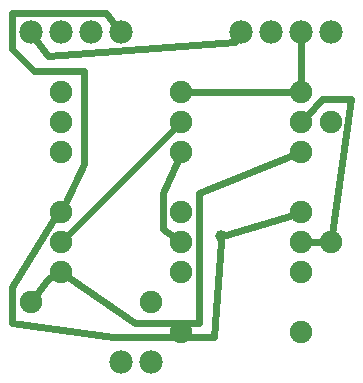
<source format=gtl>
G04 MADE WITH FRITZING*
G04 WWW.FRITZING.ORG*
G04 DOUBLE SIDED*
G04 HOLES PLATED*
G04 CONTOUR ON CENTER OF CONTOUR VECTOR*
%ASAXBY*%
%FSLAX23Y23*%
%MOIN*%
%OFA0B0*%
%SFA1.0B1.0*%
%ADD10C,0.075000*%
%ADD11C,0.078000*%
%ADD12C,0.039370*%
%ADD13C,0.024000*%
%LNCOPPER1*%
G90*
G70*
G54D10*
X1122Y460D03*
X1122Y860D03*
G54D11*
X1122Y1160D03*
X1022Y1160D03*
X922Y1160D03*
X822Y1160D03*
X422Y1160D03*
X322Y1160D03*
X222Y1160D03*
X122Y1160D03*
G54D10*
X222Y960D03*
X222Y860D03*
X222Y760D03*
X222Y560D03*
X222Y460D03*
X222Y360D03*
X622Y560D03*
X622Y460D03*
X622Y360D03*
X1022Y560D03*
X1022Y460D03*
X1022Y360D03*
X622Y960D03*
X622Y860D03*
X622Y760D03*
X1022Y960D03*
X1022Y860D03*
X1022Y760D03*
X622Y160D03*
X1022Y160D03*
X122Y260D03*
X522Y260D03*
G54D11*
X522Y60D03*
X422Y60D03*
G54D12*
X756Y480D03*
G54D13*
X611Y734D02*
X564Y624D01*
X564Y624D02*
X564Y504D01*
X564Y504D02*
X599Y477D01*
D02*
X140Y1135D02*
X180Y1080D01*
X180Y1080D02*
X804Y1128D01*
X804Y1128D02*
X807Y1134D01*
D02*
X1022Y1130D02*
X1022Y988D01*
D02*
X651Y960D02*
X994Y960D01*
D02*
X140Y283D02*
X180Y336D01*
X180Y336D02*
X197Y346D01*
D02*
X996Y749D02*
X684Y624D01*
X684Y624D02*
X684Y192D01*
X684Y192D02*
X468Y192D01*
X468Y192D02*
X246Y344D01*
D02*
X203Y539D02*
X192Y528D01*
X192Y528D02*
X60Y312D01*
X60Y312D02*
X60Y192D01*
X60Y192D02*
X396Y144D01*
X396Y144D02*
X732Y144D01*
X732Y144D02*
X755Y461D01*
D02*
X995Y552D02*
X774Y485D01*
D02*
X404Y1184D02*
X372Y1224D01*
X372Y1224D02*
X60Y1224D01*
X60Y1224D02*
X60Y1104D01*
X60Y1104D02*
X132Y1032D01*
X132Y1032D02*
X300Y1032D01*
X300Y1032D02*
X300Y720D01*
X300Y720D02*
X235Y586D01*
D02*
X1094Y460D02*
X1051Y460D01*
D02*
X1042Y881D02*
X1092Y936D01*
X1092Y936D02*
X1188Y936D01*
X1188Y936D02*
X1126Y488D01*
D02*
X242Y480D02*
X602Y840D01*
G04 End of Copper1*
M02*
</source>
